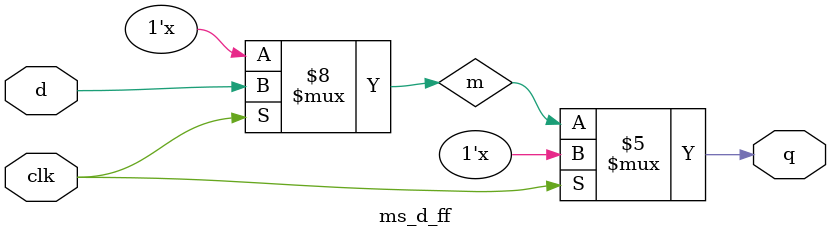
<source format=v>
module ms_d_ff(input d, clk, output reg q);
reg m;
always @(*) begin
if(clk) begin
m=d;
end
end
always @(*) begin
if(!clk) begin
q=m;
end
end
endmodule

</source>
